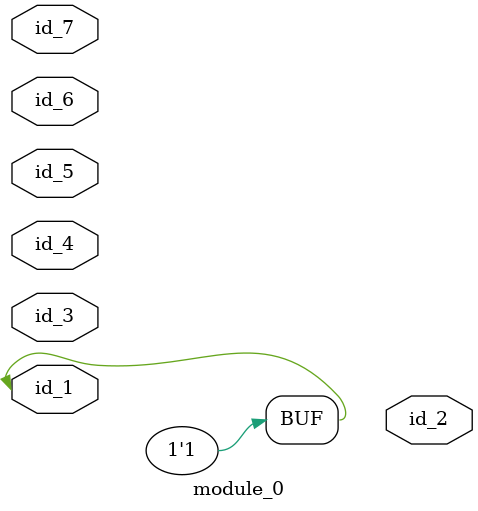
<source format=v>
module module_0 (
    id_1,
    id_2,
    id_3,
    id_4,
    id_5,
    id_6,
    id_7
);
  inout id_7;
  inout id_6;
  inout id_5;
  inout id_4;
  input id_3;
  output id_2;
  inout id_1;
  assign id_1[""] = 1;
endmodule

</source>
